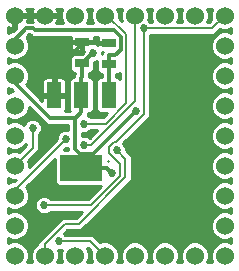
<source format=gbl>
G75*
G70*
%OFA0B0*%
%FSLAX24Y24*%
%IPPOS*%
%LPD*%
%AMOC8*
5,1,8,0,0,1.08239X$1,22.5*
%
%ADD10C,0.0600*%
%ADD11R,0.0480X0.0880*%
%ADD12R,0.1417X0.0866*%
%ADD13R,0.0472X0.0315*%
%ADD14C,0.0120*%
%ADD15C,0.0270*%
%ADD16C,0.0100*%
%ADD17C,0.0080*%
D10*
X000620Y000610D03*
X000620Y001610D03*
X000620Y002610D03*
X000620Y003610D03*
X000620Y004610D03*
X000620Y005610D03*
X000620Y006610D03*
X000620Y007610D03*
X000620Y008610D03*
X001620Y008610D03*
X002620Y008610D03*
X003620Y008610D03*
X004620Y008610D03*
X005620Y008610D03*
X006620Y008610D03*
X007620Y008610D03*
X007620Y007610D03*
X007620Y006610D03*
X007620Y005610D03*
X007620Y004610D03*
X007620Y003610D03*
X007620Y002610D03*
X007620Y001610D03*
X007620Y000610D03*
X006620Y000610D03*
X005620Y000610D03*
X004620Y000610D03*
X003620Y000610D03*
X002620Y000610D03*
X001620Y000610D03*
D11*
X001930Y005960D03*
X002840Y005960D03*
X003750Y005960D03*
D12*
X002840Y003520D03*
D13*
X003770Y006986D03*
X003770Y007694D03*
X002870Y007724D03*
X002870Y007016D03*
D14*
X002870Y006941D01*
X002870Y006867D01*
X002870Y006570D01*
X002840Y006540D01*
X002840Y005960D01*
X002840Y005380D01*
X002655Y005195D01*
X002635Y005195D01*
X001787Y005195D01*
X000620Y006362D01*
X000620Y006610D01*
X000620Y007610D02*
X000620Y007799D01*
X001002Y008181D01*
X001241Y008181D01*
X001302Y008120D01*
X003938Y008120D01*
X004149Y007909D01*
X004149Y007477D01*
X003956Y007283D01*
X003770Y007283D01*
X003770Y006986D01*
X003770Y006560D01*
X003750Y006540D01*
X003750Y005960D01*
X004665Y005432D02*
X003242Y004008D01*
X002840Y004008D01*
X002840Y003520D01*
X003689Y003520D01*
X003840Y003369D01*
X003877Y003369D01*
X002840Y004008D02*
X002789Y004008D01*
X002635Y004162D01*
X002635Y005195D01*
X001930Y005960D02*
X001930Y006540D01*
X001767Y006703D01*
X001767Y007010D01*
X001767Y007352D01*
X001673Y007352D01*
X001127Y007898D01*
X001767Y007352D02*
X002563Y007352D01*
X002870Y007659D01*
X002870Y007692D01*
X002870Y007724D01*
X002870Y007692D02*
X003391Y007692D01*
X003394Y007694D01*
X003770Y007694D01*
X003232Y007374D02*
X002870Y007012D01*
X002870Y006941D01*
X006531Y005108D02*
X006531Y004256D01*
X005140Y002865D01*
D15*
X005140Y002865D03*
X004019Y004133D03*
X003877Y003369D03*
X002934Y004291D03*
X002337Y004506D03*
X002927Y005004D03*
X001214Y004868D03*
X001767Y007010D03*
X001127Y007898D03*
X003232Y007374D03*
X004922Y008179D03*
X004665Y005432D03*
X006531Y005108D03*
X002087Y001087D03*
X001596Y002288D03*
D16*
X001817Y002078D02*
X002876Y002078D01*
X002665Y001867D01*
X002200Y001867D01*
X002077Y001744D01*
X001410Y001077D01*
X001410Y001032D01*
X001354Y001008D01*
X001222Y000876D01*
X001150Y000703D01*
X001150Y000517D01*
X001204Y000385D01*
X001036Y000385D01*
X001090Y000517D01*
X001090Y000703D01*
X001018Y000876D01*
X000886Y001008D01*
X000713Y001080D01*
X000527Y001080D01*
X000395Y001026D01*
X000395Y001194D01*
X000527Y001140D01*
X000713Y001140D01*
X000886Y001212D01*
X001018Y001344D01*
X001090Y001517D01*
X001090Y001703D01*
X001018Y001876D01*
X000886Y002008D01*
X000713Y002080D01*
X000527Y002080D01*
X000395Y002026D01*
X000395Y002194D01*
X000527Y002140D01*
X000713Y002140D01*
X000886Y002212D01*
X001018Y002344D01*
X001090Y002517D01*
X001090Y002703D01*
X001018Y002876D01*
X001011Y002884D01*
X001961Y003834D01*
X001961Y003016D01*
X002061Y002917D01*
X003488Y002917D01*
X003070Y002498D01*
X001817Y002498D01*
X001768Y002547D01*
X001656Y002593D01*
X001535Y002593D01*
X001423Y002547D01*
X001337Y002461D01*
X001291Y002349D01*
X001291Y002228D01*
X001337Y002116D01*
X001423Y002030D01*
X001535Y001983D01*
X001656Y001983D01*
X001768Y002030D01*
X001817Y002078D01*
X002119Y001786D02*
X001056Y001786D01*
X001090Y001688D02*
X002020Y001688D01*
X001922Y001589D02*
X001090Y001589D01*
X001079Y001491D02*
X001823Y001491D01*
X001725Y001392D02*
X001038Y001392D01*
X000968Y001294D02*
X001626Y001294D01*
X001528Y001195D02*
X000846Y001195D01*
X000897Y000998D02*
X001343Y000998D01*
X001429Y001097D02*
X000395Y001097D01*
X000995Y000900D02*
X001245Y000900D01*
X001190Y000801D02*
X001050Y000801D01*
X001090Y000703D02*
X001150Y000703D01*
X001150Y000604D02*
X001090Y000604D01*
X001085Y000506D02*
X001155Y000506D01*
X001195Y000407D02*
X001045Y000407D01*
X002036Y000385D02*
X002090Y000517D01*
X002090Y000703D01*
X002058Y000782D01*
X002147Y000782D01*
X002190Y000799D01*
X002150Y000703D01*
X002150Y000517D01*
X002204Y000385D01*
X002036Y000385D01*
X002045Y000407D02*
X002195Y000407D01*
X002155Y000506D02*
X002085Y000506D01*
X002090Y000604D02*
X002150Y000604D01*
X002150Y000703D02*
X002090Y000703D01*
X002308Y001297D02*
X002266Y001339D01*
X002374Y001447D01*
X002839Y001447D01*
X004400Y003009D01*
X004523Y003132D01*
X004523Y003927D01*
X004324Y004125D01*
X004324Y004194D01*
X004278Y004306D01*
X004238Y004346D01*
X005132Y005240D01*
X005132Y007958D01*
X005143Y007969D01*
X007276Y007969D01*
X007399Y008092D01*
X007470Y008163D01*
X007527Y008140D01*
X007713Y008140D01*
X007845Y008194D01*
X007845Y008026D01*
X007713Y008080D01*
X007527Y008080D01*
X007354Y008008D01*
X007222Y007876D01*
X007150Y007703D01*
X007150Y007517D01*
X007222Y007344D01*
X007354Y007212D01*
X007527Y007140D01*
X007713Y007140D01*
X007845Y007194D01*
X007845Y007026D01*
X007713Y007080D01*
X007527Y007080D01*
X007354Y007008D01*
X007222Y006876D01*
X007150Y006703D01*
X007150Y006517D01*
X007222Y006344D01*
X007354Y006212D01*
X007527Y006140D01*
X007713Y006140D01*
X007845Y006194D01*
X007845Y006026D01*
X007713Y006080D01*
X007527Y006080D01*
X007354Y006008D01*
X007222Y005876D01*
X007150Y005703D01*
X007150Y005517D01*
X007222Y005344D01*
X007354Y005212D01*
X007527Y005140D01*
X007713Y005140D01*
X007845Y005194D01*
X007845Y005026D01*
X007713Y005080D01*
X007527Y005080D01*
X007354Y005008D01*
X007222Y004876D01*
X007150Y004703D01*
X007150Y004517D01*
X007222Y004344D01*
X007354Y004212D01*
X007527Y004140D01*
X007713Y004140D01*
X007845Y004194D01*
X007845Y004026D01*
X007713Y004080D01*
X007527Y004080D01*
X007354Y004008D01*
X007222Y003876D01*
X007150Y003703D01*
X007150Y003517D01*
X007222Y003344D01*
X007354Y003212D01*
X007527Y003140D01*
X007713Y003140D01*
X007845Y003194D01*
X007845Y003026D01*
X007713Y003080D01*
X007527Y003080D01*
X007354Y003008D01*
X007222Y002876D01*
X007150Y002703D01*
X007150Y002517D01*
X007222Y002344D01*
X007354Y002212D01*
X007527Y002140D01*
X007713Y002140D01*
X007845Y002194D01*
X007845Y002026D01*
X007713Y002080D01*
X007527Y002080D01*
X007354Y002008D01*
X007222Y001876D01*
X007150Y001703D01*
X007150Y001517D01*
X007222Y001344D01*
X007354Y001212D01*
X007527Y001140D01*
X007713Y001140D01*
X007845Y001194D01*
X007845Y001026D01*
X007713Y001080D01*
X007527Y001080D01*
X007354Y001008D01*
X007222Y000876D01*
X007150Y000703D01*
X007150Y000517D01*
X007204Y000385D01*
X007036Y000385D01*
X007090Y000517D01*
X007090Y000703D01*
X007018Y000876D01*
X006886Y001008D01*
X006713Y001080D01*
X006527Y001080D01*
X006354Y001008D01*
X006222Y000876D01*
X006150Y000703D01*
X006150Y000517D01*
X006204Y000385D01*
X006036Y000385D01*
X006090Y000517D01*
X006090Y000703D01*
X006018Y000876D01*
X005886Y001008D01*
X005713Y001080D01*
X005527Y001080D01*
X005354Y001008D01*
X005222Y000876D01*
X005150Y000703D01*
X005150Y000517D01*
X005204Y000385D01*
X005036Y000385D01*
X005090Y000517D01*
X005090Y000703D01*
X005018Y000876D01*
X004886Y001008D01*
X004713Y001080D01*
X004527Y001080D01*
X004354Y001008D01*
X004222Y000876D01*
X004150Y000703D01*
X004150Y000517D01*
X004204Y000385D01*
X004036Y000385D01*
X004090Y000517D01*
X004090Y000703D01*
X004018Y000876D01*
X003886Y001008D01*
X003713Y001080D01*
X003527Y001080D01*
X003470Y001057D01*
X003353Y001174D01*
X003230Y001297D01*
X002308Y001297D01*
X002319Y001392D02*
X007202Y001392D01*
X007161Y001491D02*
X002882Y001491D01*
X002981Y001589D02*
X007150Y001589D01*
X007150Y001688D02*
X003079Y001688D01*
X003178Y001786D02*
X007184Y001786D01*
X007230Y001885D02*
X003276Y001885D01*
X003375Y001983D02*
X007328Y001983D01*
X007430Y002180D02*
X003572Y002180D01*
X003670Y002279D02*
X007287Y002279D01*
X007208Y002377D02*
X003769Y002377D01*
X003867Y002476D02*
X007167Y002476D01*
X007150Y002574D02*
X003966Y002574D01*
X004064Y002673D02*
X007150Y002673D01*
X007178Y002771D02*
X004163Y002771D01*
X004261Y002870D02*
X007219Y002870D01*
X007313Y002968D02*
X004360Y002968D01*
X004458Y003067D02*
X007494Y003067D01*
X007466Y003165D02*
X004523Y003165D01*
X004523Y003264D02*
X007302Y003264D01*
X007214Y003362D02*
X004523Y003362D01*
X004523Y003461D02*
X007173Y003461D01*
X007150Y003559D02*
X004523Y003559D01*
X004523Y003658D02*
X007150Y003658D01*
X007172Y003756D02*
X004523Y003756D01*
X004523Y003855D02*
X007213Y003855D01*
X007298Y003953D02*
X004497Y003953D01*
X004398Y004052D02*
X007458Y004052D01*
X007502Y004150D02*
X004324Y004150D01*
X004302Y004249D02*
X007317Y004249D01*
X007220Y004347D02*
X004238Y004347D01*
X004337Y004446D02*
X007179Y004446D01*
X007150Y004544D02*
X004435Y004544D01*
X004534Y004643D02*
X007150Y004643D01*
X007166Y004741D02*
X004632Y004741D01*
X004731Y004840D02*
X007206Y004840D01*
X007283Y004938D02*
X004829Y004938D01*
X004928Y005037D02*
X007422Y005037D01*
X007332Y005234D02*
X005125Y005234D01*
X005132Y005332D02*
X007233Y005332D01*
X007186Y005431D02*
X005132Y005431D01*
X005132Y005529D02*
X007150Y005529D01*
X007150Y005628D02*
X005132Y005628D01*
X005132Y005726D02*
X007159Y005726D01*
X007200Y005825D02*
X005132Y005825D01*
X005132Y005923D02*
X007268Y005923D01*
X007385Y006022D02*
X005132Y006022D01*
X005132Y006120D02*
X007845Y006120D01*
X007347Y006219D02*
X005132Y006219D01*
X005132Y006317D02*
X007248Y006317D01*
X007192Y006416D02*
X005132Y006416D01*
X005132Y006514D02*
X007151Y006514D01*
X007150Y006613D02*
X005132Y006613D01*
X005132Y006711D02*
X007153Y006711D01*
X007194Y006810D02*
X005132Y006810D01*
X005132Y006908D02*
X007253Y006908D01*
X007352Y007007D02*
X005132Y007007D01*
X005132Y007105D02*
X007845Y007105D01*
X007373Y007204D02*
X005132Y007204D01*
X005132Y007302D02*
X007263Y007302D01*
X007198Y007401D02*
X005132Y007401D01*
X005132Y007499D02*
X007157Y007499D01*
X007150Y007598D02*
X005132Y007598D01*
X005132Y007696D02*
X007150Y007696D01*
X007188Y007795D02*
X005132Y007795D01*
X005132Y007893D02*
X007238Y007893D01*
X007299Y007992D02*
X007337Y007992D01*
X007397Y008090D02*
X007845Y008090D01*
X007831Y008189D02*
X007845Y008189D01*
X007173Y008460D02*
X007102Y008389D01*
X007037Y008389D01*
X007090Y008517D01*
X007090Y008703D01*
X007036Y008835D01*
X007204Y008835D01*
X007150Y008703D01*
X007150Y008517D01*
X007173Y008460D01*
X007163Y008484D02*
X007077Y008484D01*
X007090Y008583D02*
X007150Y008583D01*
X007150Y008681D02*
X007090Y008681D01*
X007059Y008780D02*
X007181Y008780D01*
X006204Y008835D02*
X006150Y008703D01*
X006150Y008517D01*
X006203Y008389D01*
X006037Y008389D01*
X006090Y008517D01*
X006090Y008703D01*
X006036Y008835D01*
X006204Y008835D01*
X006181Y008780D02*
X006059Y008780D01*
X006090Y008681D02*
X006150Y008681D01*
X006150Y008583D02*
X006090Y008583D01*
X006077Y008484D02*
X006163Y008484D01*
X005203Y008389D02*
X005143Y008389D01*
X005095Y008438D01*
X005063Y008451D01*
X005090Y008517D01*
X005090Y008703D01*
X005036Y008835D01*
X005204Y008835D01*
X005150Y008703D01*
X005150Y008517D01*
X005203Y008389D01*
X005163Y008484D02*
X005077Y008484D01*
X005090Y008583D02*
X005150Y008583D01*
X005150Y008681D02*
X005090Y008681D01*
X005059Y008780D02*
X005181Y008780D01*
X004204Y008835D02*
X004150Y008703D01*
X004150Y008517D01*
X004189Y008422D01*
X004090Y008521D01*
X004090Y008703D01*
X004036Y008835D01*
X004204Y008835D01*
X004181Y008780D02*
X004059Y008780D01*
X004090Y008681D02*
X004150Y008681D01*
X004150Y008583D02*
X004090Y008583D01*
X004127Y008484D02*
X004163Y008484D01*
X003741Y007723D02*
X003741Y007666D01*
X003384Y007666D01*
X003384Y007641D01*
X003293Y007679D01*
X003256Y007679D01*
X003256Y007696D01*
X002899Y007696D01*
X003741Y007696D01*
X003741Y007723D02*
X003384Y007723D01*
X003384Y007872D01*
X003389Y007890D01*
X003256Y007890D01*
X003256Y007753D01*
X002899Y007753D01*
X002899Y007696D01*
X002899Y007417D01*
X002927Y007417D01*
X002927Y007394D01*
X002876Y007343D01*
X002563Y007343D01*
X002464Y007244D01*
X002464Y006788D01*
X002563Y006688D01*
X002640Y006688D01*
X002640Y006665D01*
X002610Y006635D01*
X002610Y006570D01*
X002530Y006570D01*
X002430Y006470D01*
X002430Y005450D01*
X002455Y005425D01*
X002287Y005425D01*
X002290Y005428D01*
X002310Y005462D01*
X002320Y005500D01*
X002320Y005910D01*
X001980Y005910D01*
X001980Y006010D01*
X001880Y006010D01*
X001880Y006550D01*
X001670Y006550D01*
X001632Y006540D01*
X001598Y006520D01*
X001570Y006492D01*
X001550Y006458D01*
X001540Y006420D01*
X001540Y006010D01*
X001880Y006010D01*
X001880Y005910D01*
X001540Y005910D01*
X001540Y005767D01*
X000991Y006316D01*
X001018Y006344D01*
X001090Y006517D01*
X001090Y006703D01*
X001018Y006876D01*
X000886Y007008D01*
X000713Y007080D01*
X000527Y007080D01*
X000395Y007026D01*
X000395Y007194D01*
X000527Y007140D01*
X000713Y007140D01*
X000886Y007212D01*
X001018Y007344D01*
X001090Y007517D01*
X001090Y007703D01*
X001020Y007873D01*
X001097Y007951D01*
X001146Y007951D01*
X001207Y007890D01*
X002484Y007890D01*
X002484Y007753D01*
X002841Y007753D01*
X002841Y007696D01*
X001090Y007696D01*
X001090Y007598D02*
X002484Y007598D01*
X002484Y007547D02*
X002494Y007509D01*
X002514Y007475D01*
X002542Y007447D01*
X002576Y007427D01*
X002614Y007417D01*
X002841Y007417D01*
X002841Y007696D01*
X002484Y007696D01*
X002484Y007547D01*
X002500Y007499D02*
X001083Y007499D01*
X001042Y007401D02*
X002927Y007401D01*
X002899Y007499D02*
X002841Y007499D01*
X002841Y007598D02*
X002899Y007598D01*
X002899Y007696D02*
X002841Y007696D01*
X002522Y007302D02*
X000977Y007302D01*
X000867Y007204D02*
X002464Y007204D01*
X002464Y007105D02*
X000395Y007105D01*
X000888Y007007D02*
X002464Y007007D01*
X002464Y006908D02*
X000987Y006908D01*
X001046Y006810D02*
X002464Y006810D01*
X002541Y006711D02*
X001087Y006711D01*
X001090Y006613D02*
X002610Y006613D01*
X002474Y006514D02*
X002268Y006514D01*
X002262Y006520D02*
X002228Y006540D01*
X002190Y006550D01*
X001980Y006550D01*
X001980Y006010D01*
X002320Y006010D01*
X002320Y006420D01*
X002310Y006458D01*
X002290Y006492D01*
X002262Y006520D01*
X002320Y006416D02*
X002430Y006416D01*
X002430Y006317D02*
X002320Y006317D01*
X002320Y006219D02*
X002430Y006219D01*
X002430Y006120D02*
X002320Y006120D01*
X002320Y006022D02*
X002430Y006022D01*
X002430Y005923D02*
X001980Y005923D01*
X001980Y006022D02*
X001880Y006022D01*
X001880Y006120D02*
X001980Y006120D01*
X001980Y006219D02*
X001880Y006219D01*
X001880Y006317D02*
X001980Y006317D01*
X001980Y006416D02*
X001880Y006416D01*
X001880Y006514D02*
X001980Y006514D01*
X001592Y006514D02*
X001089Y006514D01*
X001048Y006416D02*
X001540Y006416D01*
X001540Y006317D02*
X000992Y006317D01*
X001088Y006219D02*
X001540Y006219D01*
X001540Y006120D02*
X001187Y006120D01*
X001285Y006022D02*
X001540Y006022D01*
X001384Y005923D02*
X001880Y005923D01*
X001540Y005825D02*
X001482Y005825D01*
X001127Y005529D02*
X001090Y005529D01*
X001090Y005517D02*
X001090Y005566D01*
X001692Y004965D01*
X002405Y004965D01*
X002405Y004808D01*
X002397Y004811D01*
X002276Y004811D01*
X002164Y004765D01*
X002078Y004679D01*
X002032Y004567D01*
X002032Y004498D01*
X001090Y003557D01*
X001090Y003703D01*
X001067Y003760D01*
X001301Y003994D01*
X001424Y004117D01*
X001424Y004646D01*
X001473Y004695D01*
X001519Y004807D01*
X001519Y004928D01*
X001473Y005040D01*
X001387Y005126D01*
X001275Y005173D01*
X001153Y005173D01*
X001041Y005126D01*
X000955Y005040D01*
X000926Y004969D01*
X000886Y005008D01*
X000713Y005080D01*
X000527Y005080D01*
X000395Y005026D01*
X000395Y005194D01*
X000527Y005140D01*
X000713Y005140D01*
X000886Y005212D01*
X001018Y005344D01*
X001090Y005517D01*
X001054Y005431D02*
X001226Y005431D01*
X001324Y005332D02*
X001007Y005332D01*
X000908Y005234D02*
X001423Y005234D01*
X001366Y005135D02*
X001521Y005135D01*
X001474Y005037D02*
X001620Y005037D01*
X001515Y004938D02*
X002405Y004938D01*
X002405Y004840D02*
X001519Y004840D01*
X001492Y004741D02*
X002140Y004741D01*
X002063Y004643D02*
X001424Y004643D01*
X001424Y004544D02*
X002032Y004544D01*
X001979Y004446D02*
X001424Y004446D01*
X001424Y004347D02*
X001880Y004347D01*
X001782Y004249D02*
X001424Y004249D01*
X001424Y004150D02*
X001683Y004150D01*
X001585Y004052D02*
X001358Y004052D01*
X001260Y003953D02*
X001486Y003953D01*
X001388Y003855D02*
X001161Y003855D01*
X001068Y003756D02*
X001289Y003756D01*
X001191Y003658D02*
X001090Y003658D01*
X001090Y003559D02*
X001092Y003559D01*
X001391Y003264D02*
X001961Y003264D01*
X001961Y003362D02*
X001489Y003362D01*
X001588Y003461D02*
X001961Y003461D01*
X001961Y003559D02*
X001686Y003559D01*
X001785Y003658D02*
X001961Y003658D01*
X001961Y003756D02*
X001883Y003756D01*
X002250Y004123D02*
X002329Y004201D01*
X002397Y004201D01*
X002405Y004205D01*
X002405Y004123D01*
X002250Y004123D01*
X002277Y004150D02*
X002405Y004150D01*
X002865Y004593D02*
X002865Y004699D01*
X002867Y004699D01*
X002988Y004699D01*
X003100Y004745D01*
X003149Y004794D01*
X003367Y004794D01*
X003114Y004542D01*
X003107Y004550D01*
X002995Y004596D01*
X002873Y004596D01*
X002865Y004593D01*
X002865Y004643D02*
X003215Y004643D01*
X003314Y004741D02*
X003089Y004741D01*
X003112Y004544D02*
X003117Y004544D01*
X003149Y005214D02*
X003100Y005263D01*
X003063Y005278D01*
X003070Y005285D01*
X003070Y005350D01*
X003150Y005350D01*
X003250Y005450D01*
X003250Y006470D01*
X003150Y006570D01*
X003100Y006570D01*
X003100Y006688D01*
X003177Y006688D01*
X003276Y006788D01*
X003276Y007069D01*
X003293Y007069D01*
X003364Y007098D01*
X003364Y006758D01*
X003463Y006658D01*
X003540Y006658D01*
X003540Y006655D01*
X003520Y006635D01*
X003520Y006570D01*
X003440Y006570D01*
X003340Y006470D01*
X003340Y005450D01*
X003440Y005350D01*
X003696Y005350D01*
X003560Y005214D01*
X003149Y005214D01*
X003129Y005234D02*
X003580Y005234D01*
X003678Y005332D02*
X003070Y005332D01*
X003231Y005431D02*
X003359Y005431D01*
X003340Y005529D02*
X003250Y005529D01*
X003250Y005628D02*
X003340Y005628D01*
X003340Y005726D02*
X003250Y005726D01*
X003250Y005825D02*
X003340Y005825D01*
X003340Y005923D02*
X003250Y005923D01*
X003250Y006022D02*
X003340Y006022D01*
X003340Y006120D02*
X003250Y006120D01*
X003250Y006219D02*
X003340Y006219D01*
X003340Y006317D02*
X003250Y006317D01*
X003250Y006416D02*
X003340Y006416D01*
X003384Y006514D02*
X003206Y006514D01*
X003100Y006613D02*
X003520Y006613D01*
X003411Y006711D02*
X003199Y006711D01*
X003276Y006810D02*
X003364Y006810D01*
X003364Y006908D02*
X003276Y006908D01*
X003276Y007007D02*
X003364Y007007D01*
X003537Y007313D02*
X003540Y007313D01*
X003540Y007378D01*
X003548Y007387D01*
X003537Y007387D01*
X003537Y007313D01*
X003537Y007313D01*
X003384Y007795D02*
X003256Y007795D01*
X003219Y008350D02*
X003021Y008350D01*
X003090Y008517D01*
X003090Y008703D01*
X003036Y008835D01*
X003204Y008835D01*
X003150Y008703D01*
X003150Y008517D01*
X003219Y008350D01*
X003204Y008386D02*
X003036Y008386D01*
X003077Y008484D02*
X003163Y008484D01*
X003150Y008583D02*
X003090Y008583D01*
X003090Y008681D02*
X003150Y008681D01*
X003181Y008780D02*
X003059Y008780D01*
X002204Y008835D02*
X002150Y008703D01*
X002150Y008517D01*
X002219Y008350D01*
X001987Y008350D01*
X002005Y008374D01*
X002037Y008437D01*
X002059Y008505D01*
X002068Y008560D01*
X001670Y008560D01*
X001670Y008660D01*
X002068Y008660D01*
X002059Y008715D01*
X002037Y008783D01*
X002010Y008835D01*
X002204Y008835D01*
X002181Y008780D02*
X002038Y008780D01*
X002064Y008681D02*
X002150Y008681D01*
X002150Y008583D02*
X001670Y008583D01*
X001570Y008583D02*
X000670Y008583D01*
X000670Y008560D02*
X000670Y008660D01*
X001068Y008660D01*
X001059Y008715D01*
X001037Y008783D01*
X001010Y008835D01*
X001230Y008835D01*
X001203Y008783D01*
X001181Y008715D01*
X001172Y008660D01*
X001570Y008660D01*
X001570Y008560D01*
X001172Y008560D01*
X001181Y008505D01*
X001203Y008437D01*
X001216Y008411D01*
X001024Y008411D01*
X001037Y008437D01*
X001059Y008505D01*
X001068Y008560D01*
X000670Y008560D01*
X000670Y008174D01*
X000576Y008080D01*
X000527Y008080D01*
X000395Y008026D01*
X000395Y008220D01*
X000447Y008193D01*
X000515Y008171D01*
X000570Y008162D01*
X000570Y008560D01*
X000670Y008560D01*
X000670Y008484D02*
X000570Y008484D01*
X000570Y008386D02*
X000670Y008386D01*
X000670Y008287D02*
X000570Y008287D01*
X000570Y008189D02*
X000670Y008189D01*
X000586Y008090D02*
X000395Y008090D01*
X000395Y008189D02*
X000461Y008189D01*
X001040Y007893D02*
X001204Y007893D01*
X001052Y007795D02*
X002484Y007795D01*
X002204Y008386D02*
X002011Y008386D01*
X002052Y008484D02*
X002163Y008484D01*
X001188Y008484D02*
X001052Y008484D01*
X001064Y008681D02*
X001176Y008681D01*
X001202Y008780D02*
X001038Y008780D01*
X000395Y006194D02*
X000509Y006147D01*
X000525Y006132D01*
X000576Y006080D01*
X000527Y006080D01*
X000395Y006026D01*
X000395Y006194D01*
X000395Y006120D02*
X000536Y006120D01*
X000525Y006132D02*
X000525Y006132D01*
X000395Y005135D02*
X001062Y005135D01*
X000954Y005037D02*
X000818Y005037D01*
X000422Y005037D02*
X000395Y005037D01*
X001004Y004329D02*
X001004Y004291D01*
X000770Y004057D01*
X000713Y004080D01*
X000527Y004080D01*
X000395Y004026D01*
X000395Y004194D01*
X000527Y004140D01*
X000713Y004140D01*
X000886Y004212D01*
X001004Y004329D01*
X000962Y004249D02*
X000923Y004249D01*
X000863Y004150D02*
X000738Y004150D01*
X000502Y004150D02*
X000395Y004150D01*
X000395Y004052D02*
X000458Y004052D01*
X000395Y003194D02*
X000527Y003140D01*
X000673Y003140D01*
X000613Y003080D01*
X000527Y003080D01*
X000395Y003026D01*
X000395Y003194D01*
X000395Y003165D02*
X000466Y003165D01*
X000494Y003067D02*
X000395Y003067D01*
X001021Y002870D02*
X003441Y002870D01*
X003342Y002771D02*
X001062Y002771D01*
X001090Y002673D02*
X003244Y002673D01*
X003145Y002574D02*
X001703Y002574D01*
X001488Y002574D02*
X001090Y002574D01*
X001073Y002476D02*
X001351Y002476D01*
X001302Y002377D02*
X001032Y002377D01*
X000953Y002279D02*
X001291Y002279D01*
X001310Y002180D02*
X000810Y002180D01*
X000912Y001983D02*
X002781Y001983D01*
X002682Y001885D02*
X001010Y001885D01*
X001371Y002082D02*
X000395Y002082D01*
X000395Y002180D02*
X000430Y002180D01*
X001095Y002968D02*
X002010Y002968D01*
X001961Y003067D02*
X001194Y003067D01*
X001292Y003165D02*
X001961Y003165D01*
X003473Y002082D02*
X007845Y002082D01*
X007845Y002180D02*
X007810Y002180D01*
X007272Y001294D02*
X003233Y001294D01*
X003332Y001195D02*
X007394Y001195D01*
X007343Y000998D02*
X006897Y000998D01*
X006995Y000900D02*
X007245Y000900D01*
X007190Y000801D02*
X007050Y000801D01*
X007090Y000703D02*
X007150Y000703D01*
X007150Y000604D02*
X007090Y000604D01*
X007085Y000506D02*
X007155Y000506D01*
X007195Y000407D02*
X007045Y000407D01*
X006343Y000998D02*
X005897Y000998D01*
X005995Y000900D02*
X006245Y000900D01*
X006190Y000801D02*
X006050Y000801D01*
X006090Y000703D02*
X006150Y000703D01*
X006150Y000604D02*
X006090Y000604D01*
X006085Y000506D02*
X006155Y000506D01*
X006195Y000407D02*
X006045Y000407D01*
X005343Y000998D02*
X004897Y000998D01*
X004995Y000900D02*
X005245Y000900D01*
X005190Y000801D02*
X005050Y000801D01*
X005090Y000703D02*
X005150Y000703D01*
X005150Y000604D02*
X005090Y000604D01*
X005085Y000506D02*
X005155Y000506D01*
X005195Y000407D02*
X005045Y000407D01*
X004343Y000998D02*
X003897Y000998D01*
X003995Y000900D02*
X004245Y000900D01*
X004190Y000801D02*
X004050Y000801D01*
X004090Y000703D02*
X004150Y000703D01*
X004150Y000604D02*
X004090Y000604D01*
X004085Y000506D02*
X004155Y000506D01*
X004195Y000407D02*
X004045Y000407D01*
X003430Y001097D02*
X007845Y001097D01*
X007845Y003067D02*
X007746Y003067D01*
X007774Y003165D02*
X007845Y003165D01*
X007845Y004052D02*
X007782Y004052D01*
X007738Y004150D02*
X007845Y004150D01*
X007818Y005037D02*
X007845Y005037D01*
X007845Y005135D02*
X005026Y005135D01*
X004123Y006508D02*
X004060Y006570D01*
X004000Y006570D01*
X004000Y006658D01*
X004077Y006658D01*
X004123Y006704D01*
X004123Y006508D01*
X004123Y006514D02*
X004116Y006514D01*
X004123Y006613D02*
X004000Y006613D01*
X002430Y005825D02*
X002320Y005825D01*
X002320Y005726D02*
X002430Y005726D01*
X002430Y005628D02*
X002320Y005628D01*
X002320Y005529D02*
X002430Y005529D01*
X002449Y005431D02*
X002292Y005431D01*
X003719Y003777D02*
X003745Y003750D01*
X003719Y003750D01*
X003719Y003777D01*
X003719Y003756D02*
X003739Y003756D01*
X003056Y000877D02*
X003173Y000760D01*
X003150Y000703D01*
X003150Y000517D01*
X003204Y000385D01*
X003036Y000385D01*
X003090Y000517D01*
X003090Y000703D01*
X003018Y000876D01*
X003018Y000877D01*
X003056Y000877D01*
X003050Y000801D02*
X003132Y000801D01*
X003150Y000703D02*
X003090Y000703D01*
X003090Y000604D02*
X003150Y000604D01*
X003155Y000506D02*
X003085Y000506D01*
X003045Y000407D02*
X003195Y000407D01*
D17*
X003620Y000610D02*
X003143Y001087D01*
X002087Y001087D01*
X001620Y000990D02*
X002287Y001657D01*
X002752Y001657D01*
X004313Y003219D01*
X004313Y003840D01*
X004019Y004133D01*
X003983Y004388D02*
X003914Y004388D01*
X003764Y004239D01*
X003764Y004028D01*
X004137Y003656D01*
X004137Y003268D01*
X003157Y002288D01*
X001596Y002288D01*
X000620Y002610D02*
X000620Y002790D01*
X002337Y004506D01*
X002934Y004291D02*
X003160Y004291D01*
X004620Y005750D01*
X004620Y008610D01*
X004922Y008179D02*
X007189Y008179D01*
X007620Y008610D01*
X004922Y008179D02*
X004922Y005327D01*
X003983Y004388D01*
X003647Y005004D02*
X002927Y005004D01*
X003647Y005004D02*
X004333Y005690D01*
X004333Y007981D01*
X003704Y008610D01*
X003620Y008610D01*
X001214Y004868D02*
X001214Y004204D01*
X000620Y003610D01*
X001620Y000990D02*
X001620Y000610D01*
M02*

</source>
